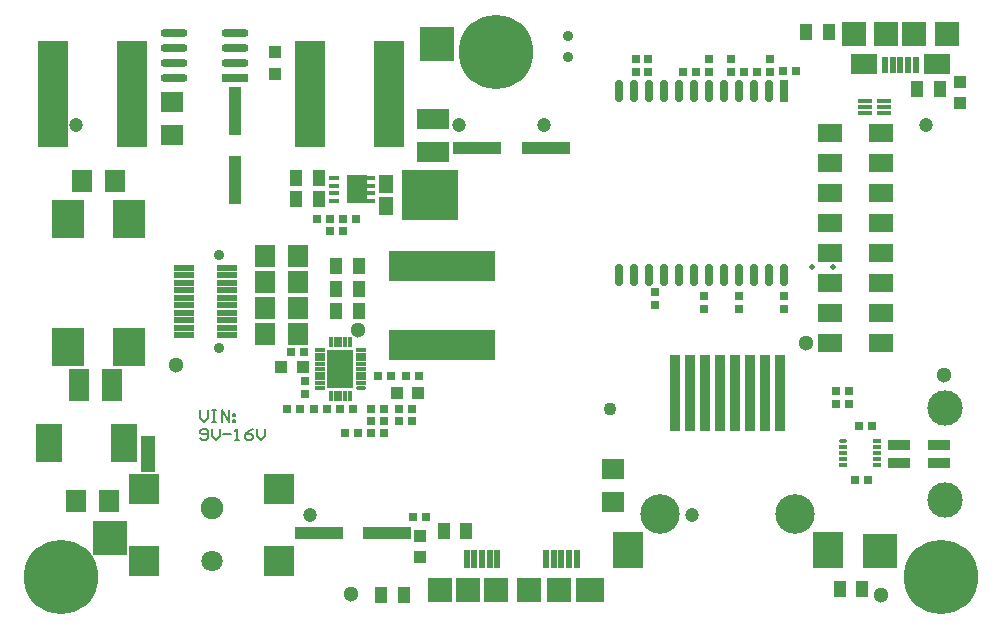
<source format=gts>
G04 Layer_Color=8388736*
%FSLAX44Y44*%
%MOMM*%
G71*
G01*
G75*
%ADD62C,0.2000*%
%ADD68C,1.2000*%
%ADD71C,1.1000*%
%ADD74C,1.8000*%
%ADD124R,2.1000X2.1000*%
%ADD125R,3.0000X3.0000*%
%ADD126R,1.2700X3.0740*%
%ADD127R,1.1000X1.4000*%
%ADD128R,2.2000X1.7000*%
%ADD129R,0.5000X1.4500*%
%ADD130R,2.1000X1.6200*%
%ADD131R,2.5000X2.5000*%
%ADD132R,0.8600X6.4500*%
%ADD133R,2.6400X3.0400*%
%ADD134R,2.3000X3.3000*%
%ADD135R,1.7000X1.9000*%
%ADD136R,0.7000X0.7000*%
%ADD137O,0.7000X0.3500*%
%ADD138R,0.7000X0.3500*%
%ADD139R,1.2500X1.5500*%
%ADD140R,4.7500X4.2500*%
%ADD141R,1.9000X1.7000*%
%ADD142R,1.7000X2.8000*%
%ADD143R,1.1000X1.0000*%
%ADD144R,2.8000X3.3000*%
%ADD145R,2.5000X9.0000*%
%ADD146R,0.7000X0.7000*%
%ADD147R,2.3000X0.7000*%
%ADD148O,2.3000X0.7000*%
%ADD149R,1.9000X0.9000*%
%ADD150R,2.2000X3.2000*%
%ADD151R,0.3000X0.9000*%
%ADD152R,0.9000X0.3000*%
%ADD153O,0.9000X0.3000*%
%ADD154R,1.0000X1.1000*%
%ADD155R,1.1000X4.1000*%
%ADD156R,3.0000X3.0000*%
%ADD157R,1.2600X0.4000*%
G04:AMPARAMS|DCode=158|XSize=1.26mm|YSize=0.4mm|CornerRadius=0.125mm|HoleSize=0mm|Usage=FLASHONLY|Rotation=0.000|XOffset=0mm|YOffset=0mm|HoleType=Round|Shape=RoundedRectangle|*
%AMROUNDEDRECTD158*
21,1,1.2600,0.1500,0,0,0.0*
21,1,1.0100,0.4000,0,0,0.0*
1,1,0.2500,0.5050,-0.0750*
1,1,0.2500,-0.5050,-0.0750*
1,1,0.2500,-0.5050,0.0750*
1,1,0.2500,0.5050,0.0750*
%
%ADD158ROUNDEDRECTD158*%
%ADD159R,9.0000X2.5000*%
%ADD160R,1.7000X0.5000*%
%ADD161R,1.7000X0.5000*%
%ADD162R,4.1000X1.1000*%
%ADD163R,0.7000X1.9000*%
%ADD164O,0.7000X1.9000*%
%ADD165R,2.8000X1.7000*%
%ADD166R,1.8100X2.3900*%
%ADD167R,1.4000X0.4400*%
%ADD168R,0.9000X0.4400*%
%ADD169R,2.4000X2.0000*%
%ADD170R,0.5000X1.5000*%
%ADD171R,2.0000X2.0000*%
%ADD172C,1.3000*%
%ADD173C,0.9000*%
%ADD174C,6.3000*%
%ADD175C,3.0000*%
%ADD176C,1.9000*%
%ADD177C,3.3500*%
%ADD178C,0.5000*%
D62*
X145005Y167895D02*
Y161230D01*
X148337Y157898D01*
X151669Y161230D01*
Y167895D01*
X155002D02*
X158334D01*
X156668D01*
Y157898D01*
X155002D01*
X158334D01*
X163332D02*
Y167895D01*
X169997Y157898D01*
Y167895D01*
X173329Y164563D02*
X174995D01*
Y162896D01*
X173329D01*
Y164563D01*
Y159564D02*
X174995D01*
Y157898D01*
X173329D01*
Y159564D01*
X145009Y144168D02*
X146675Y142502D01*
X150007D01*
X151673Y144168D01*
Y150832D01*
X150007Y152498D01*
X146675D01*
X145009Y150832D01*
Y149166D01*
X146675Y147500D01*
X151673D01*
X155006Y152498D02*
Y145834D01*
X158338Y142502D01*
X161670Y145834D01*
Y152498D01*
X165002Y147500D02*
X171667D01*
X174999Y142502D02*
X178331D01*
X176665D01*
Y152498D01*
X174999Y150832D01*
X189994Y152498D02*
X186662Y150832D01*
X183330Y147500D01*
Y144168D01*
X184996Y142502D01*
X188328D01*
X189994Y144168D01*
Y145834D01*
X188328Y147500D01*
X183330D01*
X193327Y152498D02*
Y145834D01*
X196659Y142502D01*
X199991Y145834D01*
Y152498D01*
D68*
X436000Y409500D02*
D03*
X760000D02*
D03*
X40000D02*
D03*
X364000D02*
D03*
X238000Y79500D02*
D03*
X562000D02*
D03*
D71*
X492000Y169500D02*
D03*
D74*
X155000Y40000D02*
D03*
D124*
X777500Y486750D02*
D03*
X750000Y486749D02*
D03*
X698500D02*
D03*
X726000Y486750D02*
D03*
D125*
X69002Y60000D02*
D03*
X720997Y49000D02*
D03*
D126*
X101000Y130999D02*
D03*
D127*
X279500Y290000D02*
D03*
X260500D02*
D03*
X279500Y271000D02*
D03*
X260500D02*
D03*
X279500Y252000D02*
D03*
X260500D02*
D03*
X687000Y17000D02*
D03*
X706000D02*
D03*
X752500Y440000D02*
D03*
X771500D02*
D03*
X245500Y347000D02*
D03*
X226500D02*
D03*
X245500Y365000D02*
D03*
X226500D02*
D03*
X658500Y488000D02*
D03*
X677500D02*
D03*
X370500Y66000D02*
D03*
X351500D02*
D03*
X317500Y12000D02*
D03*
X298500D02*
D03*
D128*
X707000Y461250D02*
D03*
X769000Y461250D02*
D03*
D129*
X751000Y460000D02*
D03*
X731500D02*
D03*
X725000D02*
D03*
X738000D02*
D03*
X744500D02*
D03*
D130*
X678700Y225100D02*
D03*
Y250500D02*
D03*
Y275900D02*
D03*
Y301300D02*
D03*
Y326700D02*
D03*
Y352100D02*
D03*
Y377500D02*
D03*
Y402900D02*
D03*
X721300D02*
D03*
Y377500D02*
D03*
Y352100D02*
D03*
Y326700D02*
D03*
Y301300D02*
D03*
Y275900D02*
D03*
Y250500D02*
D03*
Y225100D02*
D03*
D131*
X98000Y40000D02*
D03*
X212000Y101000D02*
D03*
Y40000D02*
D03*
X98000Y101000D02*
D03*
D132*
X623750Y182250D02*
D03*
X636450D02*
D03*
X611050D02*
D03*
X547550D02*
D03*
X560250D02*
D03*
X585650D02*
D03*
X598350D02*
D03*
X572950D02*
D03*
D133*
X507350Y49500D02*
D03*
X676650D02*
D03*
D134*
X81000Y140000D02*
D03*
X17000D02*
D03*
D135*
X40000Y91000D02*
D03*
X68000D02*
D03*
X73000Y362000D02*
D03*
X45000D02*
D03*
X200000Y255000D02*
D03*
X228000D02*
D03*
X200000Y233000D02*
D03*
X228000D02*
D03*
X200000Y299000D02*
D03*
X228000D02*
D03*
X200000Y277000D02*
D03*
X228000D02*
D03*
D136*
X703500Y155000D02*
D03*
X714500D02*
D03*
X319500Y197000D02*
D03*
X330500D02*
D03*
X699500Y109000D02*
D03*
X710500D02*
D03*
X274500Y169000D02*
D03*
X263500D02*
D03*
X218500D02*
D03*
X229500D02*
D03*
X289500Y159000D02*
D03*
X300500D02*
D03*
X289500Y149000D02*
D03*
X300500D02*
D03*
X278500D02*
D03*
X267500D02*
D03*
X241500Y169000D02*
D03*
X252500D02*
D03*
X222500Y217000D02*
D03*
X233500D02*
D03*
X295500Y197000D02*
D03*
X306500D02*
D03*
X554000Y454500D02*
D03*
X565000D02*
D03*
X605500D02*
D03*
X616500D02*
D03*
X650000Y455000D02*
D03*
X639000D02*
D03*
X336500Y77500D02*
D03*
X325500D02*
D03*
X266500Y319500D02*
D03*
X255500D02*
D03*
X277500Y330000D02*
D03*
X266500D02*
D03*
X255500D02*
D03*
X244500D02*
D03*
X300500Y169000D02*
D03*
X289500D02*
D03*
X313500Y159000D02*
D03*
X324500D02*
D03*
Y169000D02*
D03*
X313500D02*
D03*
D137*
X689500Y142000D02*
D03*
D138*
Y137000D02*
D03*
Y132000D02*
D03*
Y127000D02*
D03*
Y122000D02*
D03*
X718500D02*
D03*
Y127000D02*
D03*
Y132000D02*
D03*
Y137000D02*
D03*
Y142000D02*
D03*
D139*
X302500Y359199D02*
D03*
Y340801D02*
D03*
D140*
X340000Y350000D02*
D03*
D141*
X121000Y401000D02*
D03*
Y429000D02*
D03*
X494500Y90000D02*
D03*
Y118000D02*
D03*
D142*
X71000Y189000D02*
D03*
X43000D02*
D03*
D143*
X789000Y446000D02*
D03*
Y428000D02*
D03*
X209000Y471000D02*
D03*
Y453000D02*
D03*
X331500Y61500D02*
D03*
Y43500D02*
D03*
D144*
X85000Y222000D02*
D03*
X33000D02*
D03*
Y330000D02*
D03*
X85000D02*
D03*
D145*
X87500Y436000D02*
D03*
X20500D02*
D03*
X238500D02*
D03*
X305500D02*
D03*
D146*
X695000Y184500D02*
D03*
Y173500D02*
D03*
X684000Y184500D02*
D03*
Y173500D02*
D03*
X514000Y465500D02*
D03*
Y454500D02*
D03*
X572000Y253500D02*
D03*
Y264500D02*
D03*
X530500Y257000D02*
D03*
Y268000D02*
D03*
X639500Y253500D02*
D03*
Y264500D02*
D03*
X601500Y253500D02*
D03*
Y264500D02*
D03*
X594500Y465500D02*
D03*
Y454500D02*
D03*
X628000Y465500D02*
D03*
Y454500D02*
D03*
X524500Y465500D02*
D03*
Y454500D02*
D03*
X576500D02*
D03*
Y465500D02*
D03*
X234000Y181500D02*
D03*
Y192500D02*
D03*
D147*
X175000Y448950D02*
D03*
D148*
Y461650D02*
D03*
Y474350D02*
D03*
Y487050D02*
D03*
X123000Y448950D02*
D03*
Y461650D02*
D03*
Y474350D02*
D03*
Y487050D02*
D03*
D149*
X771000Y138500D02*
D03*
X737000D02*
D03*
X771000Y123500D02*
D03*
X737000D02*
D03*
D150*
X264000Y203000D02*
D03*
D151*
X268000Y225500D02*
D03*
X272000Y180500D02*
D03*
X268000D02*
D03*
X264000D02*
D03*
X260000D02*
D03*
X256000D02*
D03*
Y225500D02*
D03*
X260000D02*
D03*
X264000D02*
D03*
X272000D02*
D03*
D152*
X246500Y187000D02*
D03*
Y191000D02*
D03*
Y195000D02*
D03*
Y199000D02*
D03*
Y203000D02*
D03*
Y207000D02*
D03*
Y211000D02*
D03*
Y215000D02*
D03*
Y219000D02*
D03*
X281500D02*
D03*
Y215000D02*
D03*
Y211000D02*
D03*
Y207000D02*
D03*
Y203000D02*
D03*
Y199000D02*
D03*
Y195000D02*
D03*
Y191000D02*
D03*
D153*
Y187000D02*
D03*
D154*
X312000Y183000D02*
D03*
X330000D02*
D03*
X232000Y205000D02*
D03*
X214000D02*
D03*
D155*
X175000Y363000D02*
D03*
Y421000D02*
D03*
D156*
X346000Y478000D02*
D03*
D157*
X708500Y419500D02*
D03*
X724500D02*
D03*
Y424500D02*
D03*
Y429500D02*
D03*
X708500Y424500D02*
D03*
D158*
Y429500D02*
D03*
D159*
X350000Y223500D02*
D03*
Y290500D02*
D03*
D160*
X168000Y231425D02*
D03*
X132000D02*
D03*
Y237775D02*
D03*
X168000D02*
D03*
X132000Y244125D02*
D03*
X168000D02*
D03*
X132000Y250475D02*
D03*
X168000D02*
D03*
X132000Y256825D02*
D03*
X168000D02*
D03*
D161*
X132000Y263175D02*
D03*
X168000D02*
D03*
X132000Y269525D02*
D03*
X168000D02*
D03*
X132000Y275875D02*
D03*
X168000D02*
D03*
X132000Y282225D02*
D03*
X168000D02*
D03*
X132000Y288575D02*
D03*
X168000D02*
D03*
D162*
X245500Y64000D02*
D03*
X303500D02*
D03*
X380000Y390000D02*
D03*
X438000D02*
D03*
D163*
X639350Y438150D02*
D03*
D164*
X626650D02*
D03*
X613950D02*
D03*
X601250D02*
D03*
X588550D02*
D03*
X575850D02*
D03*
X563150D02*
D03*
X550450D02*
D03*
X537750D02*
D03*
X525050D02*
D03*
X512350D02*
D03*
X499650D02*
D03*
Y282850D02*
D03*
X512350D02*
D03*
X525050D02*
D03*
X537750D02*
D03*
X550450D02*
D03*
X563150D02*
D03*
X575850D02*
D03*
X588550D02*
D03*
X601250D02*
D03*
X613950D02*
D03*
X626650D02*
D03*
X639350D02*
D03*
D165*
X342000Y387000D02*
D03*
Y415000D02*
D03*
D166*
X277950Y355000D02*
D03*
D167*
X286500Y364750D02*
D03*
Y358250D02*
D03*
Y351750D02*
D03*
Y345250D02*
D03*
D168*
X259000D02*
D03*
Y351750D02*
D03*
Y358250D02*
D03*
Y364750D02*
D03*
D169*
X475000Y15500D02*
D03*
D170*
X371000Y42500D02*
D03*
X377500D02*
D03*
X384000D02*
D03*
X390500D02*
D03*
X397000D02*
D03*
X438000D02*
D03*
X444500D02*
D03*
X451000D02*
D03*
X457500D02*
D03*
X464000D02*
D03*
D171*
X449000Y15500D02*
D03*
X424000D02*
D03*
X396000D02*
D03*
X372000D02*
D03*
X348000D02*
D03*
D172*
X658000Y225000D02*
D03*
X125000Y206000D02*
D03*
X775000Y198000D02*
D03*
X273000Y12500D02*
D03*
X722000Y12000D02*
D03*
X279000Y236000D02*
D03*
D173*
X457000Y485000D02*
D03*
Y467000D02*
D03*
X161000Y299250D02*
D03*
Y220750D02*
D03*
D174*
X27500Y27000D02*
D03*
X772500D02*
D03*
X395500Y471000D02*
D03*
D175*
X776000Y92150D02*
D03*
Y169850D02*
D03*
D176*
X155000Y85000D02*
D03*
D177*
X534850Y80000D02*
D03*
X649150D02*
D03*
D178*
X663110Y289050D02*
D03*
X680890D02*
D03*
M02*

</source>
